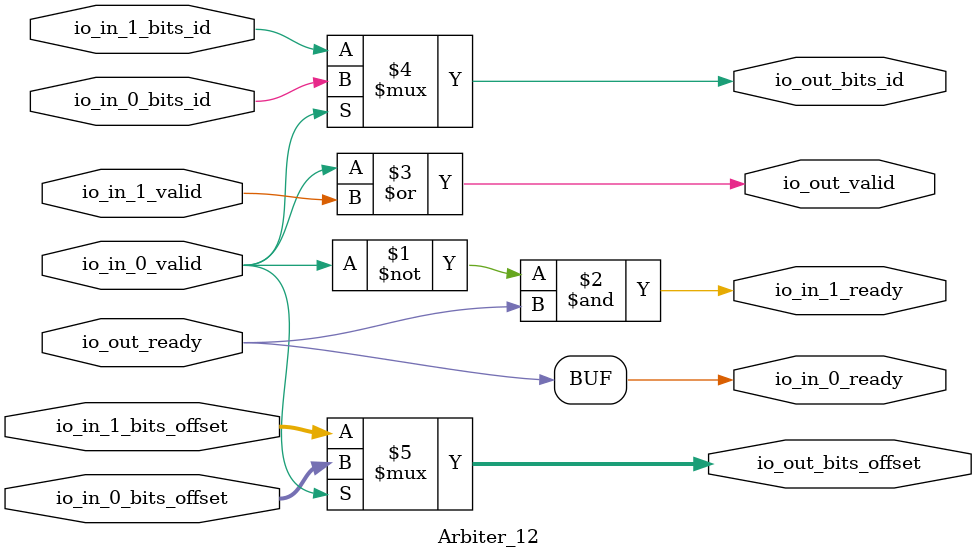
<source format=sv>
`ifndef RANDOMIZE
  `ifdef RANDOMIZE_REG_INIT
    `define RANDOMIZE
  `endif // RANDOMIZE_REG_INIT
`endif // not def RANDOMIZE
`ifndef RANDOMIZE
  `ifdef RANDOMIZE_MEM_INIT
    `define RANDOMIZE
  `endif // RANDOMIZE_MEM_INIT
`endif // not def RANDOMIZE

`ifndef RANDOM
  `define RANDOM $random
`endif // not def RANDOM

// Users can define 'PRINTF_COND' to add an extra gate to prints.
`ifndef PRINTF_COND_
  `ifdef PRINTF_COND
    `define PRINTF_COND_ (`PRINTF_COND)
  `else  // PRINTF_COND
    `define PRINTF_COND_ 1
  `endif // PRINTF_COND
`endif // not def PRINTF_COND_

// Users can define 'ASSERT_VERBOSE_COND' to add an extra gate to assert error printing.
`ifndef ASSERT_VERBOSE_COND_
  `ifdef ASSERT_VERBOSE_COND
    `define ASSERT_VERBOSE_COND_ (`ASSERT_VERBOSE_COND)
  `else  // ASSERT_VERBOSE_COND
    `define ASSERT_VERBOSE_COND_ 1
  `endif // ASSERT_VERBOSE_COND
`endif // not def ASSERT_VERBOSE_COND_

// Users can define 'STOP_COND' to add an extra gate to stop conditions.
`ifndef STOP_COND_
  `ifdef STOP_COND
    `define STOP_COND_ (`STOP_COND)
  `else  // STOP_COND
    `define STOP_COND_ 1
  `endif // STOP_COND
`endif // not def STOP_COND_

// Users can define INIT_RANDOM as general code that gets injected into the
// initializer block for modules with registers.
`ifndef INIT_RANDOM
  `define INIT_RANDOM
`endif // not def INIT_RANDOM

// If using random initialization, you can also define RANDOMIZE_DELAY to
// customize the delay used, otherwise 0.002 is used.
`ifndef RANDOMIZE_DELAY
  `define RANDOMIZE_DELAY 0.002
`endif // not def RANDOMIZE_DELAY

// Define INIT_RANDOM_PROLOG_ for use in our modules below.
`ifndef INIT_RANDOM_PROLOG_
  `ifdef RANDOMIZE
    `ifdef VERILATOR
      `define INIT_RANDOM_PROLOG_ `INIT_RANDOM
    `else  // VERILATOR
      `define INIT_RANDOM_PROLOG_ `INIT_RANDOM #`RANDOMIZE_DELAY begin end
    `endif // VERILATOR
  `else  // RANDOMIZE
    `define INIT_RANDOM_PROLOG_
  `endif // RANDOMIZE
`endif // not def INIT_RANDOM_PROLOG_

module Arbiter_12(
  input        io_in_0_valid,
               io_in_0_bits_id,
  input  [2:0] io_in_0_bits_offset,
  input        io_in_1_valid,
               io_in_1_bits_id,
  input  [2:0] io_in_1_bits_offset,
  input        io_out_ready,
  output       io_in_0_ready,
               io_in_1_ready,
               io_out_valid,
               io_out_bits_id,
  output [2:0] io_out_bits_offset
);

  assign io_in_0_ready = io_out_ready;
  assign io_in_1_ready = ~io_in_0_valid & io_out_ready;	// @[Arbiter.scala:45:78, :146:19]
  assign io_out_valid = io_in_0_valid | io_in_1_valid;	// @[Arbiter.scala:147:31]
  assign io_out_bits_id = io_in_0_valid ? io_in_0_bits_id : io_in_1_bits_id;	// @[Arbiter.scala:136:15, :138:26, :140:19]
  assign io_out_bits_offset = io_in_0_valid ? io_in_0_bits_offset : io_in_1_bits_offset;	// @[Arbiter.scala:136:15, :138:26, :140:19]
endmodule


</source>
